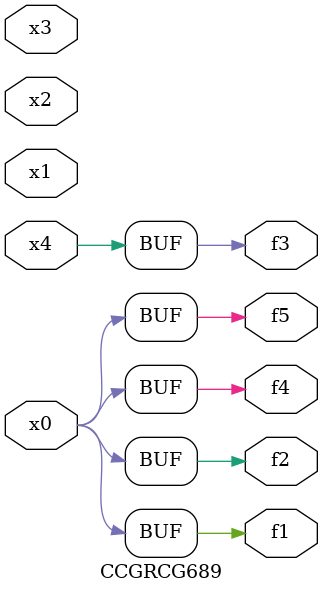
<source format=v>
module CCGRCG689(
	input x0, x1, x2, x3, x4,
	output f1, f2, f3, f4, f5
);
	assign f1 = x0;
	assign f2 = x0;
	assign f3 = x4;
	assign f4 = x0;
	assign f5 = x0;
endmodule

</source>
